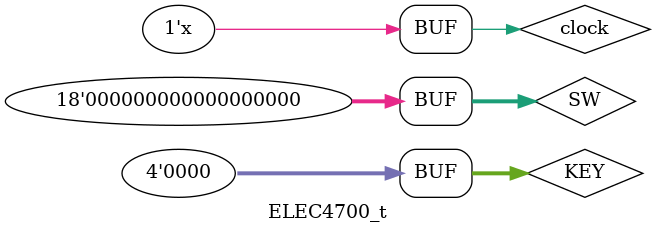
<source format=sv>
module ELEC4700_t;

	logic 				clock;
	logic [17:0] 	SW;
	logic  [3:0] 	KEY;
	logic [17:0] 	LEDR;
	logic  [8:0] 	LEDG;
	logic  [7:0] 	HEX0;
	logic  [7:0] 	HEX1;
	logic  [7:0] 	HEX2;
	logic  [7:0] 	HEX3;
	logic  [7:0] 	HEX4;
	logic  [7:0] 	HEX5;
	logic  [7:0] 	HEX6;
	logic  [7:0] 	HEX7;
	logic 		  	SRAM_CLK;
	logic 		  	SRAM_CE1_N, SRAM_CE2, SRAM_CE3_N;
	logic [18:0] 	SRAM_A;
	logic 		  	SRAM_ADSC_N, SRAM_ADSP_N, SRAM_ADV_N;
	logic 		  	SRAM_BE_N0, SRAM_BE_N1, SRAM_BE_N2, SRAM_BE_N3;
	logic 		  	SRAM_DPA0, SRAM_DPA1, SRAM_DPA2, SRAM_DPA3;
	logic 		  	SRAM_GW_N, SRAM_OE_N, SRAM_WE_N;

	ELEC4700 ELEC4700_t
	(
		clock, SW, KEY, LEDR, LEDG, HEX0, HEX1, HEX2, HEX3, HEX4, HEX5, HEX6, HEX7, 
		SRAM_CLK, SRAM_CE1_N, SRAM_CE2, SRAM_CE3_N, SRAM_A, SRAM_ADSC_N, 
		SRAM_ADSP_N, SRAM_ADV_N, SRAM_BE_N0, SRAM_BE_N1, SRAM_BE_N2, SRAM_BE_N3, 
		SRAM_DPA0, SRAM_DPA1, SRAM_DPA2, SRAM_DPA3, SRAM_GW_N, SRAM_OE_N, SRAM_WE_N
	);
	
	initial SW = 17'd0;
	initial KEY = 4'd0;
	initial clock = 0;
	always #2 clock = ~clock;
endmodule 
</source>
